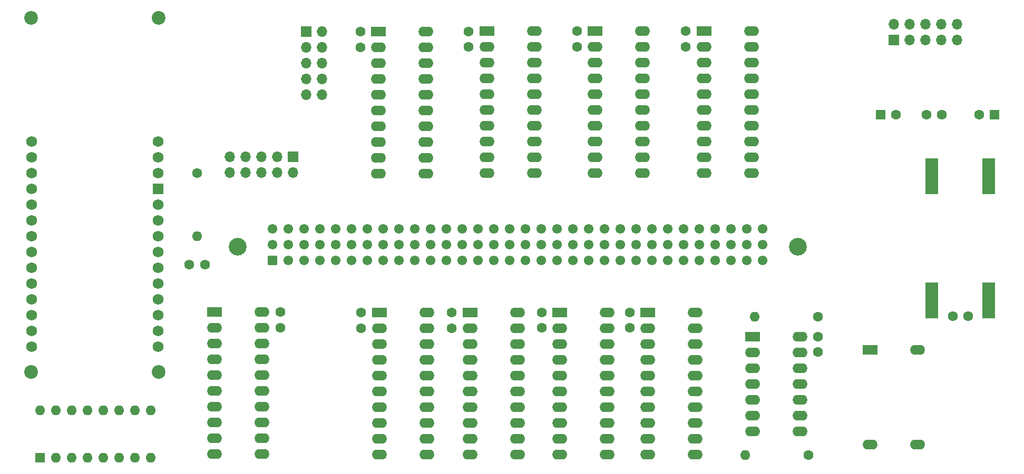
<source format=gbr>
%TF.GenerationSoftware,KiCad,Pcbnew,8.0.8*%
%TF.CreationDate,2025-04-22T20:57:00-07:00*%
%TF.ProjectId,logic,6c6f6769-632e-46b6-9963-61645f706362,rev?*%
%TF.SameCoordinates,Original*%
%TF.FileFunction,Soldermask,Top*%
%TF.FilePolarity,Negative*%
%FSLAX46Y46*%
G04 Gerber Fmt 4.6, Leading zero omitted, Abs format (unit mm)*
G04 Created by KiCad (PCBNEW 8.0.8) date 2025-04-22 20:57:00*
%MOMM*%
%LPD*%
G01*
G04 APERTURE LIST*
G04 Aperture macros list*
%AMRoundRect*
0 Rectangle with rounded corners*
0 $1 Rounding radius*
0 $2 $3 $4 $5 $6 $7 $8 $9 X,Y pos of 4 corners*
0 Add a 4 corners polygon primitive as box body*
4,1,4,$2,$3,$4,$5,$6,$7,$8,$9,$2,$3,0*
0 Add four circle primitives for the rounded corners*
1,1,$1+$1,$2,$3*
1,1,$1+$1,$4,$5*
1,1,$1+$1,$6,$7*
1,1,$1+$1,$8,$9*
0 Add four rect primitives between the rounded corners*
20,1,$1+$1,$2,$3,$4,$5,0*
20,1,$1+$1,$4,$5,$6,$7,0*
20,1,$1+$1,$6,$7,$8,$9,0*
20,1,$1+$1,$8,$9,$2,$3,0*%
G04 Aperture macros list end*
%ADD10C,1.600000*%
%ADD11R,2.400000X1.600000*%
%ADD12O,2.400000X1.600000*%
%ADD13R,1.700000X1.700000*%
%ADD14O,1.700000X1.700000*%
%ADD15R,2.000000X5.800000*%
%ADD16C,2.200000*%
%ADD17C,1.727200*%
%ADD18R,1.727200X1.727200*%
%ADD19O,1.600000X1.600000*%
%ADD20C,2.850000*%
%ADD21RoundRect,0.249999X0.525001X-0.525001X0.525001X0.525001X-0.525001X0.525001X-0.525001X-0.525001X0*%
%ADD22C,1.550000*%
%ADD23R,1.600000X1.600000*%
G04 APERTURE END LIST*
D10*
%TO.C,C14*%
X169100000Y-103815000D03*
X169100000Y-101315000D03*
%TD*%
%TO.C,C8*%
X143228889Y-58600000D03*
X143228889Y-56100000D03*
%TD*%
D11*
%TO.C,U3*%
X143470000Y-101350000D03*
D12*
X143470000Y-103890000D03*
X143470000Y-106430000D03*
X143470000Y-108970000D03*
X143470000Y-111510000D03*
X143470000Y-114050000D03*
X143470000Y-116590000D03*
X143470000Y-119130000D03*
X143470000Y-121670000D03*
X143470000Y-124210000D03*
X151090000Y-124210000D03*
X151090000Y-121670000D03*
X151090000Y-119130000D03*
X151090000Y-116590000D03*
X151090000Y-114050000D03*
X151090000Y-111510000D03*
X151090000Y-108970000D03*
X151090000Y-106430000D03*
X151090000Y-103890000D03*
X151090000Y-101350000D03*
%TD*%
D13*
%TO.C,J3*%
X115060000Y-76310000D03*
D14*
X115060000Y-78850000D03*
X112520000Y-76310000D03*
X112520000Y-78850000D03*
X109980000Y-76310000D03*
X109980000Y-78850000D03*
X107440000Y-76310000D03*
X107440000Y-78850000D03*
X104900000Y-76310000D03*
X104900000Y-78850000D03*
%TD*%
D10*
%TO.C,C2*%
X216777349Y-69510000D03*
X219277349Y-69510000D03*
%TD*%
D13*
%TO.C,J2*%
X117140000Y-56140000D03*
D14*
X119680000Y-56140000D03*
X117140000Y-58680000D03*
X119680000Y-58680000D03*
X117140000Y-61220000D03*
X119680000Y-61220000D03*
X117140000Y-63760000D03*
X119680000Y-63760000D03*
X117140000Y-66300000D03*
X119680000Y-66300000D03*
%TD*%
D15*
%TO.C,U10*%
X217620001Y-79380000D03*
X217654500Y-99380000D03*
X226745500Y-99380000D03*
X226815497Y-79380000D03*
%TD*%
D10*
%TO.C,C7*%
X125855000Y-58645000D03*
X125855000Y-56145000D03*
%TD*%
D16*
%TO.C,A1*%
X93470000Y-53915200D03*
X72970000Y-53915200D03*
X93470000Y-110915200D03*
X72970000Y-110915200D03*
D17*
X93380000Y-78880000D03*
X93380000Y-73800000D03*
X73060000Y-76340000D03*
X73060000Y-78880000D03*
X73060000Y-81420000D03*
X73060000Y-83960000D03*
X73060000Y-86500000D03*
X73060000Y-89040000D03*
X73060000Y-91580000D03*
X73060000Y-73800000D03*
X73060000Y-94120000D03*
X73060000Y-96660000D03*
X73060000Y-99200000D03*
X73060000Y-101740000D03*
X73060000Y-104280000D03*
X73060000Y-106820000D03*
X93380000Y-106820000D03*
X93380000Y-104280000D03*
X93380000Y-101740000D03*
X93380000Y-99200000D03*
X93380000Y-96660000D03*
X93380000Y-94120000D03*
X93380000Y-91580000D03*
X93380000Y-89040000D03*
X93380000Y-86500000D03*
D18*
X93380000Y-81420000D03*
D17*
X93380000Y-83960000D03*
X93380000Y-76340000D03*
%TD*%
D10*
%TO.C,C15*%
X199380000Y-105225000D03*
X199380000Y-107725000D03*
%TD*%
D11*
%TO.C,U4*%
X128910000Y-101350000D03*
D12*
X128910000Y-103890000D03*
X128910000Y-106430000D03*
X128910000Y-108970000D03*
X128910000Y-111510000D03*
X128910000Y-114050000D03*
X128910000Y-116590000D03*
X128910000Y-119130000D03*
X128910000Y-121670000D03*
X128910000Y-124210000D03*
X136530000Y-124210000D03*
X136530000Y-121670000D03*
X136530000Y-119130000D03*
X136530000Y-116590000D03*
X136530000Y-114050000D03*
X136530000Y-111510000D03*
X136530000Y-108970000D03*
X136530000Y-106430000D03*
X136530000Y-103890000D03*
X136530000Y-101350000D03*
%TD*%
D10*
%TO.C,R3*%
X99580000Y-78920000D03*
D19*
X99580000Y-89080000D03*
%TD*%
D10*
%TO.C,R2*%
X197810000Y-124310000D03*
D19*
X187650000Y-124310000D03*
%TD*%
D10*
%TO.C,C13*%
X154970000Y-103820000D03*
X154970000Y-101320000D03*
%TD*%
D11*
%TO.C,U14*%
X188850000Y-105225000D03*
D12*
X188850000Y-107765000D03*
X188850000Y-110305000D03*
X188850000Y-112845000D03*
X188850000Y-115385000D03*
X188850000Y-117925000D03*
X188850000Y-120465000D03*
X196470000Y-120465000D03*
X196470000Y-117925000D03*
X196470000Y-115385000D03*
X196470000Y-112845000D03*
X196470000Y-110305000D03*
X196470000Y-107765000D03*
X196470000Y-105225000D03*
%TD*%
D10*
%TO.C,C5*%
X100850000Y-93660000D03*
X98350000Y-93660000D03*
%TD*%
D11*
%TO.C,S1*%
X207709948Y-107380000D03*
D12*
X207709948Y-122620000D03*
X215329948Y-122620000D03*
X215329948Y-107380000D03*
%TD*%
D10*
%TO.C,C6*%
X112960000Y-101290000D03*
X112960000Y-103790000D03*
%TD*%
D11*
%TO.C,U1*%
X172040000Y-101315000D03*
D12*
X172040000Y-103855000D03*
X172040000Y-106395000D03*
X172040000Y-108935000D03*
X172040000Y-111475000D03*
X172040000Y-114015000D03*
X172040000Y-116555000D03*
X172040000Y-119095000D03*
X172040000Y-121635000D03*
X172040000Y-124175000D03*
X179660000Y-124175000D03*
X179660000Y-121635000D03*
X179660000Y-119095000D03*
X179660000Y-116555000D03*
X179660000Y-114015000D03*
X179660000Y-111475000D03*
X179660000Y-108935000D03*
X179660000Y-106395000D03*
X179660000Y-103855000D03*
X179660000Y-101315000D03*
%TD*%
D20*
%TO.C,J1*%
X106110000Y-90760000D03*
X196110000Y-90760000D03*
D21*
X111740000Y-93000000D03*
D22*
X114280000Y-93000000D03*
X116820000Y-93000000D03*
X119360000Y-93000000D03*
X121900000Y-93000000D03*
X124440000Y-93000000D03*
X126980000Y-93000000D03*
X129520000Y-93000000D03*
X132060000Y-93000000D03*
X134600000Y-93000000D03*
X137140000Y-93000000D03*
X139680000Y-93000000D03*
X142220000Y-93000000D03*
X144760000Y-93000000D03*
X147300000Y-93000000D03*
X149840000Y-93000000D03*
X152380000Y-93000000D03*
X154920000Y-93000000D03*
X157460000Y-93000000D03*
X160000000Y-93000000D03*
X162540000Y-93000000D03*
X165080000Y-93000000D03*
X167620000Y-93000000D03*
X170160000Y-93000000D03*
X172700000Y-93000000D03*
X175240000Y-93000000D03*
X177780000Y-93000000D03*
X180320000Y-93000000D03*
X182860000Y-93000000D03*
X185400000Y-93000000D03*
X187940000Y-93000000D03*
X190480000Y-93000000D03*
X111740000Y-90460000D03*
X114280000Y-90460000D03*
X116820000Y-90460000D03*
X119360000Y-90460000D03*
X121900000Y-90460000D03*
X124440000Y-90460000D03*
X126980000Y-90460000D03*
X129520000Y-90460000D03*
X132060000Y-90460000D03*
X134600000Y-90460000D03*
X137140000Y-90460000D03*
X139680000Y-90460000D03*
X142220000Y-90460000D03*
X144760000Y-90460000D03*
X147300000Y-90460000D03*
X149840000Y-90460000D03*
X152380000Y-90460000D03*
X154920000Y-90460000D03*
X157460000Y-90460000D03*
X160000000Y-90460000D03*
X162540000Y-90460000D03*
X165080000Y-90460000D03*
X167620000Y-90460000D03*
X170160000Y-90460000D03*
X172700000Y-90460000D03*
X175240000Y-90460000D03*
X177780000Y-90460000D03*
X180320000Y-90460000D03*
X182860000Y-90460000D03*
X185400000Y-90460000D03*
X187940000Y-90460000D03*
X190480000Y-90460000D03*
X111740000Y-87920000D03*
X114280000Y-87920000D03*
X116820000Y-87920000D03*
X119360000Y-87920000D03*
X121900000Y-87920000D03*
X124440000Y-87920000D03*
X126980000Y-87920000D03*
X129520000Y-87920000D03*
X132060000Y-87920000D03*
X134600000Y-87920000D03*
X137140000Y-87920000D03*
X139680000Y-87920000D03*
X142220000Y-87920000D03*
X144760000Y-87920000D03*
X147300000Y-87920000D03*
X149840000Y-87920000D03*
X152380000Y-87920000D03*
X154920000Y-87920000D03*
X157460000Y-87920000D03*
X160000000Y-87920000D03*
X162540000Y-87920000D03*
X165080000Y-87920000D03*
X167620000Y-87920000D03*
X170160000Y-87920000D03*
X172700000Y-87920000D03*
X175240000Y-87920000D03*
X177780000Y-87920000D03*
X180320000Y-87920000D03*
X182860000Y-87920000D03*
X185400000Y-87920000D03*
X187940000Y-87920000D03*
X190480000Y-87920000D03*
%TD*%
D11*
%TO.C,U9*%
X102410000Y-101290000D03*
D12*
X102410000Y-103830000D03*
X102410000Y-106370000D03*
X102410000Y-108910000D03*
X102410000Y-111450000D03*
X102410000Y-113990000D03*
X102410000Y-116530000D03*
X102410000Y-119070000D03*
X102410000Y-121610000D03*
X102410000Y-124150000D03*
X110030000Y-124150000D03*
X110030000Y-121610000D03*
X110030000Y-119070000D03*
X110030000Y-116530000D03*
X110030000Y-113990000D03*
X110030000Y-111450000D03*
X110030000Y-108910000D03*
X110030000Y-106370000D03*
X110030000Y-103830000D03*
X110030000Y-101290000D03*
%TD*%
D11*
%TO.C,U6*%
X146168889Y-56090000D03*
D12*
X146168889Y-58630000D03*
X146168889Y-61170000D03*
X146168889Y-63710000D03*
X146168889Y-66250000D03*
X146168889Y-68790000D03*
X146168889Y-71330000D03*
X146168889Y-73870000D03*
X146168889Y-76410000D03*
X146168889Y-78950000D03*
X153788889Y-78950000D03*
X153788889Y-76410000D03*
X153788889Y-73870000D03*
X153788889Y-71330000D03*
X153788889Y-68790000D03*
X153788889Y-66250000D03*
X153788889Y-63710000D03*
X153788889Y-61170000D03*
X153788889Y-58630000D03*
X153788889Y-56090000D03*
%TD*%
D13*
%TO.C,J4*%
X211550000Y-57450000D03*
D14*
X211550000Y-54910000D03*
X214090000Y-57450000D03*
X214090000Y-54910000D03*
X216630000Y-57450000D03*
X216630000Y-54910000D03*
X219170000Y-57450000D03*
X219170000Y-54910000D03*
X221710000Y-57450000D03*
X221710000Y-54910000D03*
%TD*%
D11*
%TO.C,U5*%
X128785000Y-56145000D03*
D12*
X128785000Y-58685000D03*
X128785000Y-61225000D03*
X128785000Y-63765000D03*
X128785000Y-66305000D03*
X128785000Y-68845000D03*
X128785000Y-71385000D03*
X128785000Y-73925000D03*
X128785000Y-76465000D03*
X128785000Y-79005000D03*
X136405000Y-79005000D03*
X136405000Y-76465000D03*
X136405000Y-73925000D03*
X136405000Y-71385000D03*
X136405000Y-68845000D03*
X136405000Y-66305000D03*
X136405000Y-63765000D03*
X136405000Y-61225000D03*
X136405000Y-58685000D03*
X136405000Y-56145000D03*
%TD*%
D10*
%TO.C,R1*%
X199370000Y-102010000D03*
D19*
X189210000Y-102010000D03*
%TD*%
D11*
%TO.C,U8*%
X181050000Y-56077500D03*
D12*
X181050000Y-58617500D03*
X181050000Y-61157500D03*
X181050000Y-63697500D03*
X181050000Y-66237500D03*
X181050000Y-68777500D03*
X181050000Y-71317500D03*
X181050000Y-73857500D03*
X181050000Y-76397500D03*
X181050000Y-78937500D03*
X188670000Y-78937500D03*
X188670000Y-76397500D03*
X188670000Y-73857500D03*
X188670000Y-71317500D03*
X188670000Y-68777500D03*
X188670000Y-66237500D03*
X188670000Y-63697500D03*
X188670000Y-61157500D03*
X188670000Y-58617500D03*
X188670000Y-56077500D03*
%TD*%
D10*
%TO.C,C11*%
X125980000Y-103850000D03*
X125980000Y-101350000D03*
%TD*%
%TO.C,C9*%
X160631825Y-58565000D03*
X160631825Y-56065000D03*
%TD*%
D23*
%TO.C,C1*%
X227747349Y-69510000D03*
D10*
X225247349Y-69510000D03*
%TD*%
D23*
%TO.C,C4*%
X209397349Y-69510000D03*
D10*
X211897349Y-69510000D03*
%TD*%
%TO.C,C12*%
X140530000Y-103850000D03*
X140530000Y-101350000D03*
%TD*%
D23*
%TO.C,RN1*%
X74390000Y-124720000D03*
D19*
X76930000Y-124720000D03*
X79470000Y-124720000D03*
X82010000Y-124720000D03*
X84550000Y-124720000D03*
X87090000Y-124720000D03*
X89630000Y-124720000D03*
X92170000Y-124720000D03*
X92170000Y-117100000D03*
X89630000Y-117100000D03*
X87090000Y-117100000D03*
X84550000Y-117100000D03*
X82010000Y-117100000D03*
X79470000Y-117100000D03*
X76930000Y-117100000D03*
X74390000Y-117100000D03*
%TD*%
D10*
%TO.C,C3*%
X220990000Y-101920000D03*
X223490000Y-101920000D03*
%TD*%
%TO.C,C10*%
X178120000Y-58577500D03*
X178120000Y-56077500D03*
%TD*%
D11*
%TO.C,U2*%
X157880000Y-101320000D03*
D12*
X157880000Y-103860000D03*
X157880000Y-106400000D03*
X157880000Y-108940000D03*
X157880000Y-111480000D03*
X157880000Y-114020000D03*
X157880000Y-116560000D03*
X157880000Y-119100000D03*
X157880000Y-121640000D03*
X157880000Y-124180000D03*
X165500000Y-124180000D03*
X165500000Y-121640000D03*
X165500000Y-119100000D03*
X165500000Y-116560000D03*
X165500000Y-114020000D03*
X165500000Y-111480000D03*
X165500000Y-108940000D03*
X165500000Y-106400000D03*
X165500000Y-103860000D03*
X165500000Y-101320000D03*
%TD*%
D11*
%TO.C,U7*%
X163561825Y-56065000D03*
D12*
X163561825Y-58605000D03*
X163561825Y-61145000D03*
X163561825Y-63685000D03*
X163561825Y-66225000D03*
X163561825Y-68765000D03*
X163561825Y-71305000D03*
X163561825Y-73845000D03*
X163561825Y-76385000D03*
X163561825Y-78925000D03*
X171181825Y-78925000D03*
X171181825Y-76385000D03*
X171181825Y-73845000D03*
X171181825Y-71305000D03*
X171181825Y-68765000D03*
X171181825Y-66225000D03*
X171181825Y-63685000D03*
X171181825Y-61145000D03*
X171181825Y-58605000D03*
X171181825Y-56065000D03*
%TD*%
M02*

</source>
